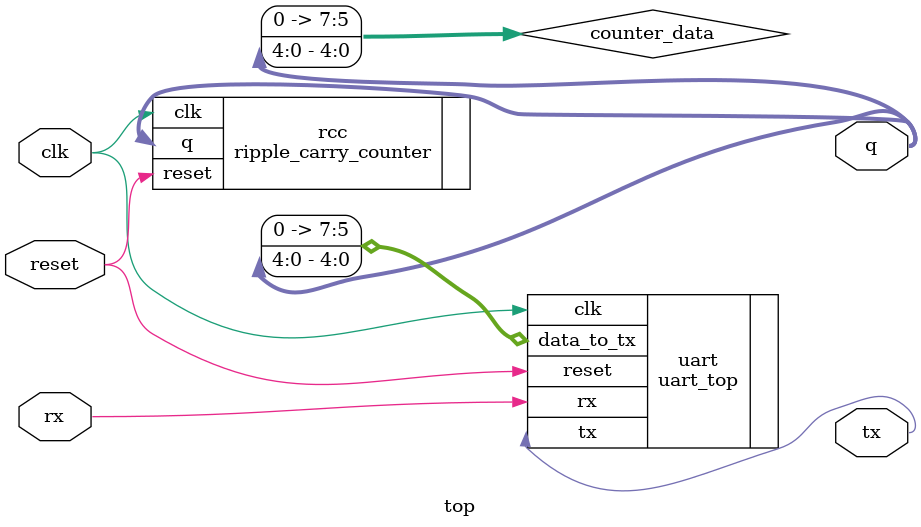
<source format=v>
module top
  (
  input wire clk,reset,rx,
  output tx,
  output [4:0]q
  );
  wire [7:0] counter_data;
  assign counter_data = {4'b0000, q}; 

  ripple_carry_counter rcc
  (
  .clk(clk),
  .reset(reset),
  .q(q[4:0])
  );
 
	uart_top uart
	(
		.clk(clk),
		.reset(reset),
		.data_to_tx(counter_data),
		.rx(rx),
		.tx(tx)
	);
endmodule
  
</source>
